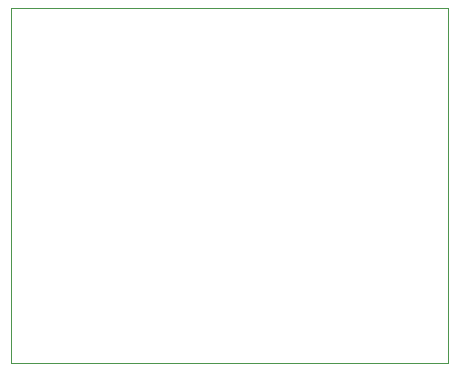
<source format=gbr>
%TF.GenerationSoftware,KiCad,Pcbnew,(5.1.8-0-10_14)*%
%TF.CreationDate,2020-11-29T01:54:20+01:00*%
%TF.ProjectId,FT2232Proto,46543232-3332-4507-926f-746f2e6b6963,rev?*%
%TF.SameCoordinates,Original*%
%TF.FileFunction,Profile,NP*%
%FSLAX46Y46*%
G04 Gerber Fmt 4.6, Leading zero omitted, Abs format (unit mm)*
G04 Created by KiCad (PCBNEW (5.1.8-0-10_14)) date 2020-11-29 01:54:20*
%MOMM*%
%LPD*%
G01*
G04 APERTURE LIST*
%TA.AperFunction,Profile*%
%ADD10C,0.050000*%
%TD*%
G04 APERTURE END LIST*
D10*
X105000000Y-104000000D02*
X105000000Y-74000000D01*
X142000000Y-104000000D02*
X105000000Y-104000000D01*
X142000000Y-74000000D02*
X142000000Y-104000000D01*
X105000000Y-74000000D02*
X142000000Y-74000000D01*
M02*

</source>
